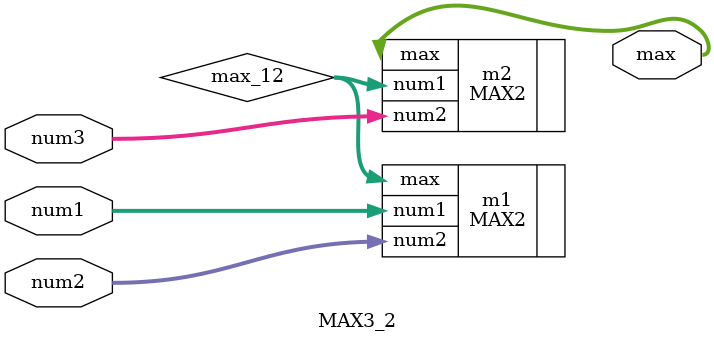
<source format=v>
`timescale 1ns / 1ps


module MAX3_2 (
    input      [7:0]    num1, num2, num3,
    output     [7:0]    max
);

wire [7:0] max_12;
MAX2 m1(.num1(num1), .num2(num2), .max(max_12));
MAX2 m2(.num1(max_12), .num2(num3), .max(max));

endmodule

</source>
